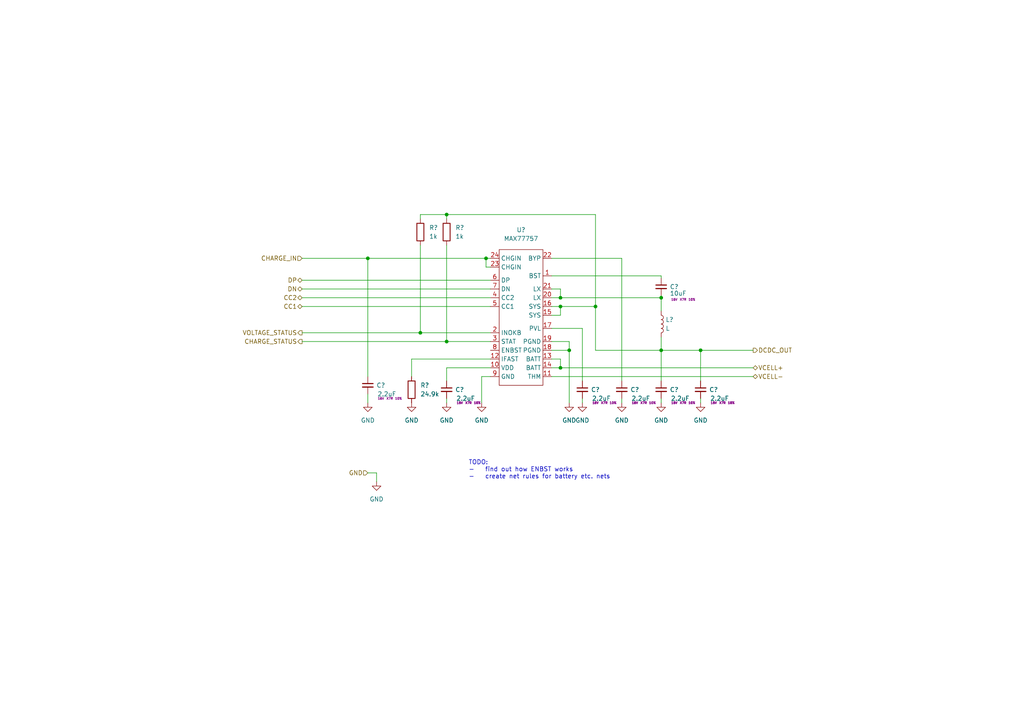
<source format=kicad_sch>
(kicad_sch (version 20211123) (generator eeschema)
  (paper "A4")
  (lib_symbols
    (symbol "314_power_management_ic:MAX77757"
      (property "Reference" "U?" (at -5.08 20.32 0))
      (property "Value" "MAX77757" (at 0 1.27 90))
      (symbol "MAX77757_0_1"
        (rectangle (start -6.35 19.05) (end 6.35 -20.32))
      )
      (symbol "MAX77757_1_1"
        (pin power_out line (at 8.89 11.43 180) (length 2.54) (name "BST") (number "1"))
        (pin power_out line (at -8.89 -15.24 0) (length 2.54) (name "VDD") (number "10"))
        (pin input line (at 8.89 -17.78 180) (length 2.54) (name "THM") (number "11"))
        (pin passive line (at -8.89 -12.7 0) (length 2.54) (name "IFAST") (number "12"))
        (pin power_out line (at 8.89 -12.7 180) (length 2.54) (name "BATT") (number "13"))
        (pin power_out line (at 8.89 -15.24 180) (length 2.54) (name "BATT") (number "14"))
        (pin power_in line (at 8.89 0 180) (length 2.54) (name "SYS") (number "15"))
        (pin power_in line (at 8.89 2.54 180) (length 2.54) (name "SYS") (number "16"))
        (pin power_out line (at 8.89 -3.81 180) (length 2.54) (name "PVL") (number "17"))
        (pin power_out line (at 8.89 -10.16 180) (length 2.54) (name "PGND") (number "18"))
        (pin power_out line (at 8.89 -7.62 180) (length 2.54) (name "PGND") (number "19"))
        (pin open_collector line (at -8.89 -5.08 0) (length 2.54) (name "INOKB") (number "2"))
        (pin bidirectional line (at 8.89 5.08 180) (length 2.54) (name "LX") (number "20"))
        (pin bidirectional line (at 8.89 7.62 180) (length 2.54) (name "LX") (number "21"))
        (pin bidirectional line (at 8.89 16.51 180) (length 2.54) (name "BYP") (number "22"))
        (pin power_in line (at -8.89 13.97 0) (length 2.54) (name "CHGIN") (number "23"))
        (pin power_in line (at -8.89 16.51 0) (length 2.54) (name "CHGIN") (number "24"))
        (pin open_collector line (at -8.89 -7.62 0) (length 2.54) (name "STAT") (number "3"))
        (pin bidirectional line (at -8.89 5.08 0) (length 2.54) (name "CC2") (number "4"))
        (pin bidirectional line (at -8.89 2.54 0) (length 2.54) (name "CC1") (number "5"))
        (pin bidirectional line (at -8.89 10.16 0) (length 2.54) (name "DP") (number "6"))
        (pin bidirectional line (at -8.89 7.62 0) (length 2.54) (name "DN") (number "7"))
        (pin input line (at -8.89 -10.16 0) (length 2.54) (name "ENBST") (number "8"))
        (pin power_out line (at -8.89 -17.78 0) (length 2.54) (name "GND") (number "9"))
      )
    )
    (symbol "Device:C_Small" (pin_numbers hide) (pin_names (offset 0.254) hide)
      (property "Reference" "C" (at 0.254 1.778 0))
      (property "Value" "C_Small" (at 0.254 -2.032 0))
      (symbol "C_Small_0_1"
        (polyline (pts (xy -1.524 -0.508) (xy 1.524 -0.508)) (stroke (width 0.3302)))
        (polyline (pts (xy -1.524 0.508) (xy 1.524 0.508)) (stroke (width 0.3048)))
      )
      (symbol "C_Small_1_1"
        (pin passive line (at 0 2.54 270) (length 2.032) (name "~") (number "1"))
        (pin passive line (at 0 -2.54 90) (length 2.032) (name "~") (number "2"))
      )
    )
    (symbol "Device:L" (pin_numbers hide) (pin_names (offset 1.016) hide)
      (property "Reference" "L" (at -1.27 0 90))
      (property "Value" "L" (at 1.905 0 90))
      (symbol "L_0_1"
        (arc (start 0 -2.54) (mid 0.635 -1.905) (end 0 -1.27))
        (arc (start 0 -1.27) (mid 0.635 -0.635) (end 0 0))
        (arc (start 0 0) (mid 0.635 0.635) (end 0 1.27))
        (arc (start 0 1.27) (mid 0.635 1.905) (end 0 2.54))
      )
      (symbol "L_1_1"
        (pin passive line (at 0 3.81 270) (length 1.27) (name "1") (number "1"))
        (pin passive line (at 0 -3.81 90) (length 1.27) (name "2") (number "2"))
      )
    )
    (symbol "Device:R" (pin_numbers hide) (pin_names (offset 0))
      (property "Reference" "R" (at 2.032 0 90))
      (property "Value" "R" (at 0 0 90))
      (symbol "R_0_1"
        (rectangle (start -1.016 -2.54) (end 1.016 2.54) (stroke (width 0.254)))
      )
      (symbol "R_1_1"
        (pin passive line (at 0 3.81 270) (length 1.27) (name "~") (number "1"))
        (pin passive line (at 0 -3.81 90) (length 1.27) (name "~") (number "2"))
      )
    )
    (symbol "power:GND" (power) (pin_names (offset 0))
      (property "Value" "GND" (at 0 -3.81 0))
      (symbol "GND_0_1"
        (polyline (pts (xy 0 0) (xy 0 -1.27) (xy 1.27 -1.27) (xy 0 -2.54) (xy -1.27 -1.27) (xy 0 -1.27)))
      )
      (symbol "GND_1_1"
        (pin power_in line (at 0 0 270) (length 0) hide (name "GND") (number "1"))
      )
    )
  )
  (junction (at 172.72 88.9))
  (junction (at 162.56 88.9))
  (junction (at 191.77 101.6))
  (junction (at 191.77 86.36))
  (junction (at 121.92 96.52))
  (junction (at 129.54 62.23))
  (junction (at 106.68 74.93))
  (junction (at 140.97 74.93))
  (junction (at 203.2 101.6))
  (junction (at 165.1 101.6))
  (junction (at 129.54 99.06))
  (junction (at 162.56 86.36))
  (junction (at 162.56 106.68))
  (wire (pts (xy 168.91 115.57) (xy 168.91 116.84)))
  (wire (pts (xy 160.02 101.6) (xy 165.1 101.6)))
  (wire (pts (xy 162.56 88.9) (xy 162.56 91.44)))
  (wire (pts (xy 140.97 74.93) (xy 142.24 74.93)))
  (wire (pts (xy 168.91 95.25) (xy 168.91 110.49)))
  (wire (pts (xy 121.92 62.23) (xy 121.92 63.5)))
  (wire (pts (xy 160.02 74.93) (xy 180.34 74.93)))
  (wire (pts (xy 129.54 62.23) (xy 129.54 63.5)))
  (wire (pts (xy 162.56 106.68) (xy 218.44 106.68)))
  (wire (pts (xy 162.56 88.9) (xy 172.72 88.9)))
  (wire (pts (xy 106.68 74.93) (xy 140.97 74.93)))
  (wire (pts (xy 160.02 91.44) (xy 162.56 91.44)))
  (wire (pts (xy 139.7 109.22) (xy 139.7 116.84)))
  (wire (pts (xy 140.97 74.93) (xy 140.97 77.47)))
  (wire (pts (xy 172.72 88.9) (xy 172.72 101.6)))
  (wire (pts (xy 129.54 115.57) (xy 129.54 116.84)))
  (wire (pts (xy 160.02 86.36) (xy 162.56 86.36)))
  (wire (pts (xy 160.02 80.01) (xy 191.77 80.01)))
  (wire (pts (xy 180.34 115.57) (xy 180.34 116.84)))
  (wire (pts (xy 165.1 99.06) (xy 165.1 101.6)))
  (wire (pts (xy 121.92 96.52) (xy 142.24 96.52)))
  (wire (pts (xy 165.1 101.6) (xy 165.1 116.84)))
  (wire (pts (xy 129.54 62.23) (xy 121.92 62.23)))
  (wire (pts (xy 160.02 106.68) (xy 162.56 106.68)))
  (wire (pts (xy 191.77 115.57) (xy 191.77 116.84)))
  (wire (pts (xy 160.02 99.06) (xy 165.1 99.06)))
  (wire (pts (xy 129.54 106.68) (xy 129.54 110.49)))
  (wire (pts (xy 203.2 110.49) (xy 203.2 101.6)))
  (wire (pts (xy 106.68 74.93) (xy 106.68 109.22)))
  (wire (pts (xy 191.77 85.725) (xy 191.77 86.36)))
  (wire (pts (xy 119.38 104.14) (xy 142.24 104.14)))
  (wire (pts (xy 191.77 86.36) (xy 191.77 90.17)))
  (wire (pts (xy 106.68 137.16) (xy 109.22 137.16)))
  (wire (pts (xy 87.63 99.06) (xy 129.54 99.06)))
  (wire (pts (xy 129.54 99.06) (xy 129.54 71.12)))
  (wire (pts (xy 160.02 95.25) (xy 168.91 95.25)))
  (wire (pts (xy 87.63 86.36) (xy 142.24 86.36)))
  (wire (pts (xy 160.02 109.22) (xy 218.44 109.22)))
  (wire (pts (xy 106.68 114.3) (xy 106.68 116.84)))
  (wire (pts (xy 203.2 115.57) (xy 203.2 116.84)))
  (wire (pts (xy 109.22 137.16) (xy 109.22 139.7)))
  (wire (pts (xy 121.92 71.12) (xy 121.92 96.52)))
  (wire (pts (xy 87.63 74.93) (xy 106.68 74.93)))
  (wire (pts (xy 180.34 74.93) (xy 180.34 110.49)))
  (wire (pts (xy 87.63 96.52) (xy 121.92 96.52)))
  (wire (pts (xy 160.02 104.14) (xy 162.56 104.14)))
  (wire (pts (xy 129.54 99.06) (xy 142.24 99.06)))
  (wire (pts (xy 142.24 106.68) (xy 129.54 106.68)))
  (wire (pts (xy 87.63 81.28) (xy 142.24 81.28)))
  (wire (pts (xy 87.63 88.9) (xy 142.24 88.9)))
  (wire (pts (xy 172.72 62.23) (xy 129.54 62.23)))
  (wire (pts (xy 162.56 86.36) (xy 162.56 83.82)))
  (wire (pts (xy 160.02 83.82) (xy 162.56 83.82)))
  (wire (pts (xy 172.72 101.6) (xy 191.77 101.6)))
  (wire (pts (xy 162.56 104.14) (xy 162.56 106.68)))
  (wire (pts (xy 191.77 101.6) (xy 203.2 101.6)))
  (wire (pts (xy 203.2 101.6) (xy 218.44 101.6)))
  (wire (pts (xy 160.02 88.9) (xy 162.56 88.9)))
  (wire (pts (xy 191.77 101.6) (xy 191.77 110.49)))
  (wire (pts (xy 119.38 109.22) (xy 119.38 104.14)))
  (wire (pts (xy 87.63 83.82) (xy 142.24 83.82)))
  (wire (pts (xy 162.56 86.36) (xy 191.77 86.36)))
  (wire (pts (xy 140.97 77.47) (xy 142.24 77.47)))
  (wire (pts (xy 191.77 97.79) (xy 191.77 101.6)))
  (wire (pts (xy 191.77 80.01) (xy 191.77 80.645)))
  (wire (pts (xy 172.72 62.23) (xy 172.72 88.9)))
  (wire (pts (xy 142.24 109.22) (xy 139.7 109.22)))
  (text "TODO:\n-	find out how ENBST works\n-	create net rules for battery etc. nets" (at 135.89 139.065 0) (effects (font (size 1.27 1.27)) (justify left bottom)))
  (hierarchical_label "DN" (shape bidirectional) (at 87.63 83.82 180))
  (hierarchical_label "DP" (shape bidirectional) (at 87.63 81.28 180))
  (hierarchical_label "CHARGE_IN" (shape input) (at 87.63 74.93 180))
  (hierarchical_label "VCELL-" (shape bidirectional) (at 218.44 109.22 0))
  (hierarchical_label "GND" (shape input) (at 106.68 137.16 180))
  (hierarchical_label "DCDC_OUT" (shape output) (at 218.44 101.6 0))
  (hierarchical_label "VCELL+" (shape bidirectional) (at 218.44 106.68 0))
  (hierarchical_label "CC2" (shape bidirectional) (at 87.63 86.36 180))
  (hierarchical_label "VOLTAGE_STATUS" (shape output) (at 87.63 96.52 180))
  (hierarchical_label "CC1" (shape bidirectional) (at 87.63 88.9 180))
  (hierarchical_label "CHARGE_STATUS" (shape output) (at 87.63 99.06 180))
  (symbol (lib_id "Device:R") (at 121.92 67.31 0) (unit 1)
    (property "Reference" "R?" (at 124.46 66.0399 0) (effects (justify left)))
    (property "Value" "1k" (at 124.46 68.5799 0) (effects (justify left)))
  )
  (symbol (lib_id "power:GND") (at 106.68 116.84 0) (unit 1)
    (property "Reference" "#PWR?" (effects hide))
    (property "Value" "GND" (at 106.68 121.92 0))
  )
  (symbol (lib_id "power:GND") (at 168.91 116.84 0) (unit 1)
    (property "Reference" "#PWR?" (effects hide))
    (property "Value" "GND" (at 168.91 121.92 0))
  )
  (symbol (lib_id "power:GND") (at 109.22 139.7 0) (unit 1)
    (property "Reference" "#PWR?" (effects hide))
    (property "Value" "GND" (at 109.22 144.78 0))
  )
  (symbol (lib_id "Device:C_Small") (at 191.77 83.185 0) (mirror y) (unit 1)
    (property "Reference" "C?" (at 196.85 83.185 0) (effects (justify left)))
    (property "Value" "10uF" (at 199.136 85.09 0) (effects (justify left)))
    (property "Tolerance" "10%" (at 200.66 86.868 0) (effects (font (size 0.635 0.635))))
    (property "Type" "X7R" (at 198.12 86.868 0) (effects (font (size 0.635 0.635))))
    (property "Voltage Rating" "16V" (at 195.58 86.868 0) (effects (font (size 0.635 0.635))))
  )
  (symbol (lib_id "power:GND") (at 165.1 116.84 0) (unit 1)
    (property "Reference" "#PWR?" (effects hide))
    (property "Value" "GND" (at 165.1 121.92 0))
  )
  (symbol (lib_id "power:GND") (at 119.38 116.84 0) (unit 1)
    (property "Reference" "#PWR?" (effects hide))
    (property "Value" "GND" (at 119.38 121.92 0))
  )
  (symbol (lib_id "power:GND") (at 180.34 116.84 0) (unit 1)
    (property "Reference" "#PWR?" (effects hide))
    (property "Value" "GND" (at 180.34 121.92 0))
  )
  (symbol (lib_id "power:GND") (at 139.7 116.84 0) (unit 1)
    (property "Reference" "#PWR?" (effects hide))
    (property "Value" "GND" (at 139.7 121.92 0))
  )
  (symbol (lib_id "Device:R") (at 129.54 67.31 0) (unit 1)
    (property "Reference" "R?" (at 132.08 66.0399 0) (effects (justify left)))
    (property "Value" "1k" (at 132.08 68.5799 0) (effects (justify left)))
  )
  (symbol (lib_id "Device:C_Small") (at 168.91 113.03 0) (mirror y) (unit 1)
    (property "Reference" "C?" (at 173.99 113.03 0) (effects (justify left)))
    (property "Value" "2.2uF" (at 177.165 115.57 0) (effects (justify left)))
    (property "Tolerance" "10%" (at 177.8 116.84 0) (effects (font (size 0.635 0.635))))
    (property "Type" "X7R" (at 175.26 116.84 0) (effects (font (size 0.635 0.635))))
    (property "Voltage Rating" "16V" (at 172.72 116.84 0) (effects (font (size 0.635 0.635))))
  )
  (symbol (lib_id "power:GND") (at 191.77 116.84 0) (unit 1)
    (property "Reference" "#PWR?" (effects hide))
    (property "Value" "GND" (at 191.77 121.92 0))
  )
  (symbol (lib_id "Device:C_Small") (at 203.2 113.03 0) (mirror y) (unit 1)
    (property "Reference" "C?" (at 208.28 113.03 0) (effects (justify left)))
    (property "Value" "2.2uF" (at 211.455 115.57 0) (effects (justify left)))
    (property "Tolerance" "10%" (at 212.09 116.84 0) (effects (font (size 0.635 0.635))))
    (property "Type" "X7R" (at 209.55 116.84 0) (effects (font (size 0.635 0.635))))
    (property "Voltage Rating" "16V" (at 207.01 116.84 0) (effects (font (size 0.635 0.635))))
  )
  (symbol (lib_id "Device:C_Small") (at 180.34 113.03 0) (mirror y) (unit 1)
    (property "Reference" "C?" (at 185.42 113.03 0) (effects (justify left)))
    (property "Value" "2.2uF" (at 188.595 115.57 0) (effects (justify left)))
    (property "Tolerance" "10%" (at 189.23 116.84 0) (effects (font (size 0.635 0.635))))
    (property "Type" "X7R" (at 186.69 116.84 0) (effects (font (size 0.635 0.635))))
    (property "Voltage Rating" "16V" (at 184.15 116.84 0) (effects (font (size 0.635 0.635))))
  )
  (symbol (lib_id "power:GND") (at 203.2 116.84 0) (unit 1)
    (property "Reference" "#PWR?" (effects hide))
    (property "Value" "GND" (at 203.2 121.92 0))
  )
  (symbol (lib_id "Device:R") (at 119.38 113.03 0) (unit 1)
    (property "Reference" "R?" (at 121.92 111.7599 0) (effects (justify left)))
    (property "Value" "24.9k" (at 121.92 114.2999 0) (effects (justify left)))
  )
  (symbol (lib_id "Device:L") (at 191.77 93.98 0) (unit 1)
    (property "Reference" "L?" (at 193.04 92.7099 0) (effects (justify left)))
    (property "Value" "L" (at 193.04 95.2499 0) (effects (justify left)))
  )
  (symbol (lib_id "Device:C_Small") (at 106.68 111.76 0) (mirror y) (unit 1)
    (property "Reference" "C?" (at 111.76 111.76 0) (effects (justify left)))
    (property "Value" "2.2uF" (at 114.935 114.3 0) (effects (justify left)))
    (property "Tolerance" "10%" (at 115.57 115.57 0) (effects (font (size 0.635 0.635))))
    (property "Type" "X7R" (at 113.03 115.57 0) (effects (font (size 0.635 0.635))))
    (property "Voltage Rating" "16V" (at 110.49 115.57 0) (effects (font (size 0.635 0.635))))
  )
  (symbol (lib_id "Device:C_Small") (at 129.54 113.03 0) (mirror y) (unit 1)
    (property "Reference" "C?" (at 134.62 113.03 0) (effects (justify left)))
    (property "Value" "2.2uF" (at 137.795 115.57 0) (effects (justify left)))
    (property "Tolerance" "10%" (at 138.43 116.84 0) (effects (font (size 0.635 0.635))))
    (property "Type" "X7R" (at 135.89 116.84 0) (effects (font (size 0.635 0.635))))
    (property "Voltage Rating" "16V" (at 133.35 116.84 0) (effects (font (size 0.635 0.635))))
  )
  (symbol (lib_id "314_power_management_ic:MAX77757") (at 151.13 91.44 0) (unit 1)
    (property "Reference" "U?" (at 151.13 66.675 0))
    (property "Value" "MAX77757" (at 151.13 69.215 0))
    (property "Footprint" "314_PMIC:FC2QFN-24_3x3mm_P0.4mm" (effects hide))
  )
  (symbol (lib_id "power:GND") (at 129.54 116.84 0) (unit 1)
    (property "Reference" "#PWR?" (effects hide))
    (property "Value" "GND" (at 129.54 121.92 0))
  )
  (symbol (lib_id "Device:C_Small") (at 191.77 113.03 0) (mirror y) (unit 1)
    (property "Reference" "C?" (at 196.85 113.03 0) (effects (justify left)))
    (property "Value" "2.2uF" (at 200.025 115.57 0) (effects (justify left)))
    (property "Tolerance" "10%" (at 200.66 116.84 0) (effects (font (size 0.635 0.635))))
    (property "Type" "X7R" (at 198.12 116.84 0) (effects (font (size 0.635 0.635))))
    (property "Voltage Rating" "16V" (at 195.58 116.84 0) (effects (font (size 0.635 0.635))))
  )
)
</source>
